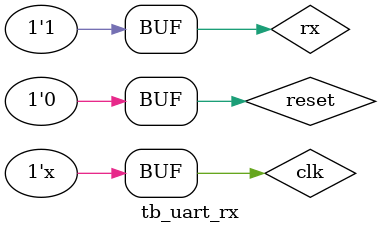
<source format=v>
`timescale 1ns / 1ps

module tb_uart_rx();
    reg clk;
    reg reset;
    reg rx;
    wire [7:0] data_out;
    wire rx_done;

    uart_rx tb_uart_rx(
        .clk(clk),
        .reset(reset),
        .rx(rx),
        .data_out(data_out),
        .rx_done(rx_done)
    );

    initial clk = 0;
    always #5 clk = ~clk;

    // bps : 9600bps
    // 1 bit 전송 time 1 / 9600 = 10416 ns
    // 10416 --> 10416ns /2 --> 5208
    localparam BAUD_PERIOD = (100_000_000 / 9600) * 10;

    always @(posedge rx_done) begin
        $display("1 byte received : %h time : %t", data_out, $time);
    end
    // UART rx simulator
    initial begin
        #00 reset = 1; rx = 1; clk = 0;
        #100;
        reset = 0; // reset 해제
        #200;      // after reset --> goto IDLE TIME
        // ---------- 'U' : 0x55 0101 0101 ----------
        #BAUD_PERIOD rx=0; // start bit 0
        #BAUD_PERIOD rx=1; // bit 0
        #BAUD_PERIOD rx=0; // bit 1
        #BAUD_PERIOD rx=1; // bit 2
        #BAUD_PERIOD rx=0; // bit 3
        #BAUD_PERIOD rx=1; // bit 4
        #BAUD_PERIOD rx=0; // bit 5
        #BAUD_PERIOD rx=1; // bit 6
        #BAUD_PERIOD rx=0; // bit 7
        #BAUD_PERIOD rx=1; // stop bit 1
        #1000000; // 1ms 대기
        // ---------- 'u' : 0x55 0101 0101 ----------
        #BAUD_PERIOD rx=0; // start bit 0
        #BAUD_PERIOD rx=1; // bit 0
        #BAUD_PERIOD rx=0; // bit 1
        #BAUD_PERIOD rx=1; // bit 2
        #BAUD_PERIOD rx=0; // bit 3
        #BAUD_PERIOD rx=1; // bit 4
        #BAUD_PERIOD rx=1; // bit 5
        #BAUD_PERIOD rx=1; // bit 6
        #BAUD_PERIOD rx=0; // bit 7
        #BAUD_PERIOD rx=1; // stop bit 1
        #1000000; // 1ms 대기
        $display("UART RX test finish");        
    end
endmodule

</source>
